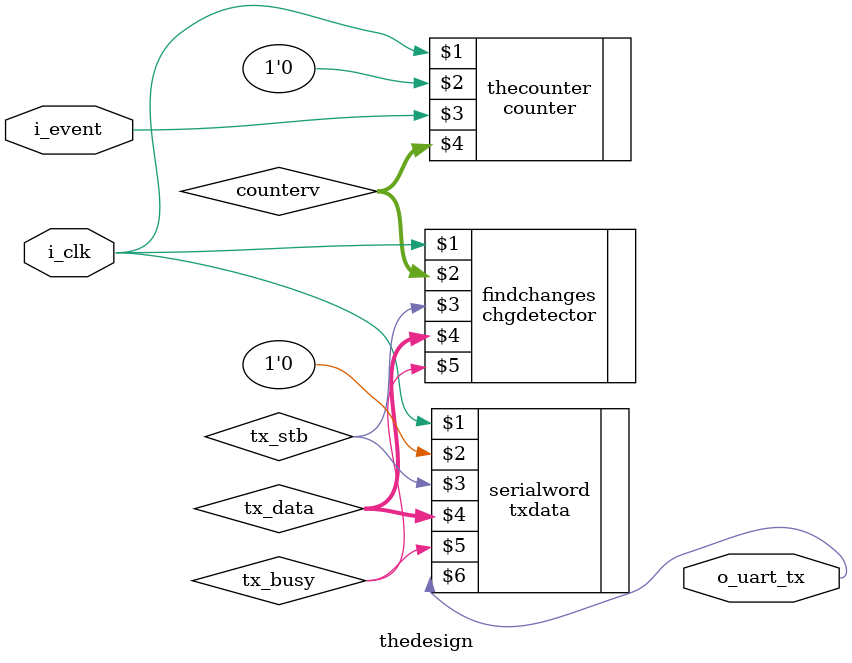
<source format=v>
`default_nettype none
module thedesign(i_clk, i_event,
`ifdef	VERILATOR
		o_setup,
`endif
		o_uart_tx);
	//
	parameter	CLOCK_RATE_HZ = 100_000_000;
	parameter	BAUD_RATE = 115_200;
	//
	input	wire	i_clk, i_event;
	output	wire	o_uart_tx;

	parameter	UART_SETUP = (CLOCK_RATE_HZ / BAUD_RATE);
`ifdef	VERILATOR
	output	wire	[31:0]	o_setup;
	assign	o_setup = UART_SETUP;
`endif

	wire	[31:0]	counterv, tx_data;
	wire		tx_busy, tx_stb;
	
	counter thecounter(i_clk, 1'b0, i_event, counterv);

	chgdetector findchanges(i_clk, counterv, tx_stb, tx_data, tx_busy);

	txdata #(UART_SETUP)
		serialword(i_clk, 1'b0, tx_stb, tx_data, tx_busy, o_uart_tx);
endmodule

</source>
